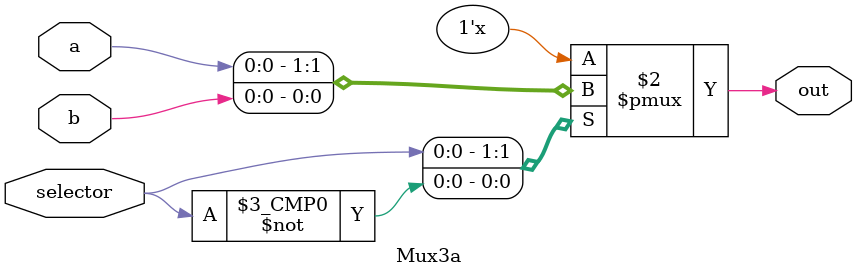
<source format=v>
module datapath (clk, // recall from Lab 4 that KEY0 is 1 when NOT pushed

                // register operand fetch stage
                readnum,
                vsel,
                loada,
                loadb,

                // computation stage (sometimes called "execute")
                shift,
                asel,
                bsel,
                ALUop,
                loadc,
                loads,

                // set when "writing back" to register file
                writenum,
                write,  
                datapath_in,

                // outputs
                Z_out,
                datapath_out
             );

	input vsel; //9
	input [15:0] datapath_in;
	wire [15:0] data_in;

	input [2:0]  writenum;	//1
	input write;
	input clk;
	input [2:0] readnum;
	wire [15:0] data_out;

	input loada; //3
	wire [15:0] outa;

	input loadb; //3
	wire [15:0] outb; 

	input [1:0] shift; //8
	wire [15:0] sout; 

	input bsel; //7
	wire [15:0] Bin; 

	input asel; //6
	wire [15:0] Ain;

	input [1:0] ALUop; //2
	wire [15:0] out;
	wire Z;

	input loadc; //5
	output [15:0] datapath_out; 
	//wire [15:0] datapath_out;

	input loads; //10
	output Z_out;

//assign datapath_in = 16'b0000000000000001;
//assign datapath_out = 16'b0000000000000000;

//assign vsel = 1;

Mux3a #(16) muxnine(datapath_in, datapath_out, vsel, data_in); //9 - working

//assign data_in = vsel? datapath_in:datapath_out;
//assign writenum = 3'b001;
//assign write = 1;
//assign readnum = 3'b001;
//assign clk = 1;

regfile REGFILE(data_in,writenum,write,readnum,clk,data_out); //1 - currently problematic

//assign data_out = 16'b0000000000000001;
//assign loada = 1;        

vDFFEx #(16) rlea(clk, loada, data_out, outa); //3 - currently problematic
Mux3a #(16) muxsix(16'b0, outa, asel, Ain); //6

//assign outa = 16'b0000000000000001;
//assign asel = 0;

vDFFEx #(16) rleb(clk, loadb, data_out, outb); //4 - currently problematic
shifter shifterinstance(outb, shift, sout); //8 - currently problematic 
Mux3a #(16) muxseven({11'b0, datapath_in[4:0]}, sout, bsel, Bin); //9

//assign outb = 16'b0000000000000001;
//assign shift = 01; 
//assign bsel = 0;

//assign ALUop = 00;

ALU aluinstance(Ain, Bin, ALUop, out, Z); //2

//assign loadc = 1;

vDFFEx #(16) rlec(clk, loadc, out, datapath_out); //error 1 - 5
vDFFEx #(1) status(clk, loads, Z, Z_out);

endmodule 

module vDFFEx(clk, load, in, out);
	parameter n = 1;
	input clk, load;
	input [n-1:0] in;
	output [n-1:0] out;
	reg [n-1:0] out;
	wire [n-1:0] next_out;

	assign next_out = load ? in : out;

	always @(posedge clk)
	out = next_out;
endmodule 

module Mux3a(a, b, selector, out);
	parameter k = 1;
	input [k-1:0] a, b;
	input selector;
	output [k-1:0] out;
	reg [k-1:0] out;

always @(*) begin
	case(selector)
		1'b1: out = a;
		1'b0: out = b;
		default: out = {k{1'bx}};
	endcase
end

endmodule 


</source>
